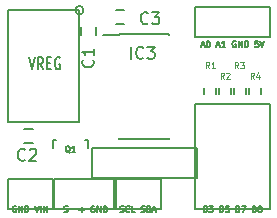
<source format=gbr>
G04 #@! TF.FileFunction,Legend,Top*
%FSLAX46Y46*%
G04 Gerber Fmt 4.6, Leading zero omitted, Abs format (unit mm)*
G04 Created by KiCad (PCBNEW (2014-12-04 BZR 5312)-product) date 4/7/2015 12:43:42 PM*
%MOMM*%
G01*
G04 APERTURE LIST*
%ADD10C,0.100000*%
%ADD11C,0.127000*%
%ADD12C,0.190500*%
%ADD13C,0.150000*%
%ADD14C,0.125000*%
G04 APERTURE END LIST*
D10*
D11*
X120988667Y-47117000D02*
X120940286Y-47092810D01*
X120867714Y-47092810D01*
X120795143Y-47117000D01*
X120746762Y-47165381D01*
X120722571Y-47213762D01*
X120698381Y-47310524D01*
X120698381Y-47383095D01*
X120722571Y-47479857D01*
X120746762Y-47528238D01*
X120795143Y-47576619D01*
X120867714Y-47600810D01*
X120916095Y-47600810D01*
X120988667Y-47576619D01*
X121012857Y-47552429D01*
X121012857Y-47383095D01*
X120916095Y-47383095D01*
X121230571Y-47600810D02*
X121230571Y-47092810D01*
X121520857Y-47600810D01*
X121520857Y-47092810D01*
X121762761Y-47600810D02*
X121762761Y-47092810D01*
X121883714Y-47092810D01*
X121956285Y-47117000D01*
X122004666Y-47165381D01*
X122028857Y-47213762D01*
X122053047Y-47310524D01*
X122053047Y-47383095D01*
X122028857Y-47479857D01*
X122004666Y-47528238D01*
X121956285Y-47576619D01*
X121883714Y-47600810D01*
X121762761Y-47600810D01*
X122585238Y-47092810D02*
X122754571Y-47600810D01*
X122923905Y-47092810D01*
X123093238Y-47600810D02*
X123093238Y-47092810D01*
X123335143Y-47600810D02*
X123335143Y-47092810D01*
X123625429Y-47600810D01*
X123625429Y-47092810D01*
X125058714Y-47576619D02*
X125131285Y-47600810D01*
X125252238Y-47600810D01*
X125300619Y-47576619D01*
X125324809Y-47552429D01*
X125349000Y-47504048D01*
X125349000Y-47455667D01*
X125324809Y-47407286D01*
X125300619Y-47383095D01*
X125252238Y-47358905D01*
X125155476Y-47334714D01*
X125107095Y-47310524D01*
X125082904Y-47286333D01*
X125058714Y-47237952D01*
X125058714Y-47189571D01*
X125082904Y-47141190D01*
X125107095Y-47117000D01*
X125155476Y-47092810D01*
X125276428Y-47092810D01*
X125349000Y-47117000D01*
X126340810Y-47407286D02*
X126727858Y-47407286D01*
X126534334Y-47600810D02*
X126534334Y-47213762D01*
X127622906Y-47117000D02*
X127574525Y-47092810D01*
X127501953Y-47092810D01*
X127429382Y-47117000D01*
X127381001Y-47165381D01*
X127356810Y-47213762D01*
X127332620Y-47310524D01*
X127332620Y-47383095D01*
X127356810Y-47479857D01*
X127381001Y-47528238D01*
X127429382Y-47576619D01*
X127501953Y-47600810D01*
X127550334Y-47600810D01*
X127622906Y-47576619D01*
X127647096Y-47552429D01*
X127647096Y-47383095D01*
X127550334Y-47383095D01*
X127864810Y-47600810D02*
X127864810Y-47092810D01*
X128155096Y-47600810D01*
X128155096Y-47092810D01*
X128397000Y-47600810D02*
X128397000Y-47092810D01*
X128517953Y-47092810D01*
X128590524Y-47117000D01*
X128638905Y-47165381D01*
X128663096Y-47213762D01*
X128687286Y-47310524D01*
X128687286Y-47383095D01*
X128663096Y-47479857D01*
X128638905Y-47528238D01*
X128590524Y-47576619D01*
X128517953Y-47600810D01*
X128397000Y-47600810D01*
X129806095Y-47576619D02*
X129878666Y-47600810D01*
X129999619Y-47600810D01*
X130048000Y-47576619D01*
X130072190Y-47552429D01*
X130096381Y-47504048D01*
X130096381Y-47455667D01*
X130072190Y-47407286D01*
X130048000Y-47383095D01*
X129999619Y-47358905D01*
X129902857Y-47334714D01*
X129854476Y-47310524D01*
X129830285Y-47286333D01*
X129806095Y-47237952D01*
X129806095Y-47189571D01*
X129830285Y-47141190D01*
X129854476Y-47117000D01*
X129902857Y-47092810D01*
X130023809Y-47092810D01*
X130096381Y-47117000D01*
X130604381Y-47552429D02*
X130580191Y-47576619D01*
X130507619Y-47600810D01*
X130459238Y-47600810D01*
X130386667Y-47576619D01*
X130338286Y-47528238D01*
X130314095Y-47479857D01*
X130289905Y-47383095D01*
X130289905Y-47310524D01*
X130314095Y-47213762D01*
X130338286Y-47165381D01*
X130386667Y-47117000D01*
X130459238Y-47092810D01*
X130507619Y-47092810D01*
X130580191Y-47117000D01*
X130604381Y-47141190D01*
X131064000Y-47600810D02*
X130822095Y-47600810D01*
X130822095Y-47092810D01*
X131596191Y-47576619D02*
X131668762Y-47600810D01*
X131789715Y-47600810D01*
X131838096Y-47576619D01*
X131862286Y-47552429D01*
X131886477Y-47504048D01*
X131886477Y-47455667D01*
X131862286Y-47407286D01*
X131838096Y-47383095D01*
X131789715Y-47358905D01*
X131692953Y-47334714D01*
X131644572Y-47310524D01*
X131620381Y-47286333D01*
X131596191Y-47237952D01*
X131596191Y-47189571D01*
X131620381Y-47141190D01*
X131644572Y-47117000D01*
X131692953Y-47092810D01*
X131813905Y-47092810D01*
X131886477Y-47117000D01*
X132104191Y-47600810D02*
X132104191Y-47092810D01*
X132225144Y-47092810D01*
X132297715Y-47117000D01*
X132346096Y-47165381D01*
X132370287Y-47213762D01*
X132394477Y-47310524D01*
X132394477Y-47383095D01*
X132370287Y-47479857D01*
X132346096Y-47528238D01*
X132297715Y-47576619D01*
X132225144Y-47600810D01*
X132104191Y-47600810D01*
X132588001Y-47455667D02*
X132829906Y-47455667D01*
X132539620Y-47600810D02*
X132708953Y-47092810D01*
X132878287Y-47600810D01*
X136682237Y-33485667D02*
X136924142Y-33485667D01*
X136633856Y-33630810D02*
X136803189Y-33122810D01*
X136972523Y-33630810D01*
X137238618Y-33122810D02*
X137286999Y-33122810D01*
X137335380Y-33147000D01*
X137359571Y-33171190D01*
X137383761Y-33219571D01*
X137407952Y-33316333D01*
X137407952Y-33437286D01*
X137383761Y-33534048D01*
X137359571Y-33582429D01*
X137335380Y-33606619D01*
X137286999Y-33630810D01*
X137238618Y-33630810D01*
X137190237Y-33606619D01*
X137166047Y-33582429D01*
X137141856Y-33534048D01*
X137117666Y-33437286D01*
X137117666Y-33316333D01*
X137141856Y-33219571D01*
X137166047Y-33171190D01*
X137190237Y-33147000D01*
X137238618Y-33122810D01*
X137988524Y-33485667D02*
X138230429Y-33485667D01*
X137940143Y-33630810D02*
X138109476Y-33122810D01*
X138278810Y-33630810D01*
X138714239Y-33630810D02*
X138423953Y-33630810D01*
X138569096Y-33630810D02*
X138569096Y-33122810D01*
X138520715Y-33195381D01*
X138472334Y-33243762D01*
X138423953Y-33267952D01*
X139585097Y-33147000D02*
X139536716Y-33122810D01*
X139464144Y-33122810D01*
X139391573Y-33147000D01*
X139343192Y-33195381D01*
X139319001Y-33243762D01*
X139294811Y-33340524D01*
X139294811Y-33413095D01*
X139319001Y-33509857D01*
X139343192Y-33558238D01*
X139391573Y-33606619D01*
X139464144Y-33630810D01*
X139512525Y-33630810D01*
X139585097Y-33606619D01*
X139609287Y-33582429D01*
X139609287Y-33413095D01*
X139512525Y-33413095D01*
X139827001Y-33630810D02*
X139827001Y-33122810D01*
X140117287Y-33630810D01*
X140117287Y-33122810D01*
X140359191Y-33630810D02*
X140359191Y-33122810D01*
X140480144Y-33122810D01*
X140552715Y-33147000D01*
X140601096Y-33195381D01*
X140625287Y-33243762D01*
X140649477Y-33340524D01*
X140649477Y-33413095D01*
X140625287Y-33509857D01*
X140601096Y-33558238D01*
X140552715Y-33606619D01*
X140480144Y-33630810D01*
X140359191Y-33630810D01*
X141496144Y-33122810D02*
X141254239Y-33122810D01*
X141230049Y-33364714D01*
X141254239Y-33340524D01*
X141302620Y-33316333D01*
X141423573Y-33316333D01*
X141471954Y-33340524D01*
X141496144Y-33364714D01*
X141520335Y-33413095D01*
X141520335Y-33534048D01*
X141496144Y-33582429D01*
X141471954Y-33606619D01*
X141423573Y-33630810D01*
X141302620Y-33630810D01*
X141254239Y-33606619D01*
X141230049Y-33582429D01*
X141665478Y-33122810D02*
X141834811Y-33630810D01*
X142004145Y-33122810D01*
D12*
X122083285Y-34495619D02*
X122337285Y-35511619D01*
X122591285Y-34495619D01*
X123280714Y-35511619D02*
X123026714Y-35027810D01*
X122845286Y-35511619D02*
X122845286Y-34495619D01*
X123135571Y-34495619D01*
X123208143Y-34544000D01*
X123244428Y-34592381D01*
X123280714Y-34689143D01*
X123280714Y-34834286D01*
X123244428Y-34931048D01*
X123208143Y-34979429D01*
X123135571Y-35027810D01*
X122845286Y-35027810D01*
X123607286Y-34979429D02*
X123861286Y-34979429D01*
X123970143Y-35511619D02*
X123607286Y-35511619D01*
X123607286Y-34495619D01*
X123970143Y-34495619D01*
X124695857Y-34544000D02*
X124623286Y-34495619D01*
X124514429Y-34495619D01*
X124405572Y-34544000D01*
X124333000Y-34640762D01*
X124296715Y-34737524D01*
X124260429Y-34931048D01*
X124260429Y-35076190D01*
X124296715Y-35269714D01*
X124333000Y-35366476D01*
X124405572Y-35463238D01*
X124514429Y-35511619D01*
X124587000Y-35511619D01*
X124695857Y-35463238D01*
X124732143Y-35414857D01*
X124732143Y-35076190D01*
X124587000Y-35076190D01*
D11*
X136875760Y-47600810D02*
X136875760Y-47092810D01*
X136996713Y-47092810D01*
X137069284Y-47117000D01*
X137117665Y-47165381D01*
X137141856Y-47213762D01*
X137166046Y-47310524D01*
X137166046Y-47383095D01*
X137141856Y-47479857D01*
X137117665Y-47528238D01*
X137069284Y-47576619D01*
X136996713Y-47600810D01*
X136875760Y-47600810D01*
X137335379Y-47092810D02*
X137649856Y-47092810D01*
X137480522Y-47286333D01*
X137553094Y-47286333D01*
X137601475Y-47310524D01*
X137625665Y-47334714D01*
X137649856Y-47383095D01*
X137649856Y-47504048D01*
X137625665Y-47552429D01*
X137601475Y-47576619D01*
X137553094Y-47600810D01*
X137407951Y-47600810D01*
X137359570Y-47576619D01*
X137335379Y-47552429D01*
X138254618Y-47600810D02*
X138254618Y-47092810D01*
X138375571Y-47092810D01*
X138448142Y-47117000D01*
X138496523Y-47165381D01*
X138520714Y-47213762D01*
X138544904Y-47310524D01*
X138544904Y-47383095D01*
X138520714Y-47479857D01*
X138496523Y-47528238D01*
X138448142Y-47576619D01*
X138375571Y-47600810D01*
X138254618Y-47600810D01*
X139004523Y-47092810D02*
X138762618Y-47092810D01*
X138738428Y-47334714D01*
X138762618Y-47310524D01*
X138810999Y-47286333D01*
X138931952Y-47286333D01*
X138980333Y-47310524D01*
X139004523Y-47334714D01*
X139028714Y-47383095D01*
X139028714Y-47504048D01*
X139004523Y-47552429D01*
X138980333Y-47576619D01*
X138931952Y-47600810D01*
X138810999Y-47600810D01*
X138762618Y-47576619D01*
X138738428Y-47552429D01*
X139633476Y-47600810D02*
X139633476Y-47092810D01*
X139754429Y-47092810D01*
X139827000Y-47117000D01*
X139875381Y-47165381D01*
X139899572Y-47213762D01*
X139923762Y-47310524D01*
X139923762Y-47383095D01*
X139899572Y-47479857D01*
X139875381Y-47528238D01*
X139827000Y-47576619D01*
X139754429Y-47600810D01*
X139633476Y-47600810D01*
X140093095Y-47092810D02*
X140431762Y-47092810D01*
X140214048Y-47600810D01*
X141012334Y-47600810D02*
X141012334Y-47092810D01*
X141133287Y-47092810D01*
X141205858Y-47117000D01*
X141254239Y-47165381D01*
X141278430Y-47213762D01*
X141302620Y-47310524D01*
X141302620Y-47383095D01*
X141278430Y-47479857D01*
X141254239Y-47528238D01*
X141205858Y-47576619D01*
X141133287Y-47600810D01*
X141012334Y-47600810D01*
X141592906Y-47310524D02*
X141544525Y-47286333D01*
X141520334Y-47262143D01*
X141496144Y-47213762D01*
X141496144Y-47189571D01*
X141520334Y-47141190D01*
X141544525Y-47117000D01*
X141592906Y-47092810D01*
X141689668Y-47092810D01*
X141738049Y-47117000D01*
X141762239Y-47141190D01*
X141786430Y-47189571D01*
X141786430Y-47213762D01*
X141762239Y-47262143D01*
X141738049Y-47286333D01*
X141689668Y-47310524D01*
X141592906Y-47310524D01*
X141544525Y-47334714D01*
X141520334Y-47358905D01*
X141496144Y-47407286D01*
X141496144Y-47504048D01*
X141520334Y-47552429D01*
X141544525Y-47576619D01*
X141592906Y-47600810D01*
X141689668Y-47600810D01*
X141738049Y-47576619D01*
X141762239Y-47552429D01*
X141786430Y-47504048D01*
X141786430Y-47407286D01*
X141762239Y-47358905D01*
X141738049Y-47334714D01*
X141689668Y-47310524D01*
D13*
X126527000Y-32608000D02*
X126527000Y-31908000D01*
X127727000Y-31908000D02*
X127727000Y-32608000D01*
X122397000Y-41748000D02*
X121697000Y-41748000D01*
X121697000Y-40548000D02*
X122397000Y-40548000D01*
X129444000Y-30515000D02*
X130144000Y-30515000D01*
X130144000Y-31715000D02*
X129444000Y-31715000D01*
X133223000Y-47371000D02*
X133223000Y-44831000D01*
X133223000Y-44831000D02*
X129413000Y-44831000D01*
X129413000Y-44831000D02*
X129413000Y-47371000D01*
X129413000Y-47371000D02*
X133223000Y-47371000D01*
X124079000Y-47371000D02*
X124079000Y-44831000D01*
X124079000Y-44831000D02*
X120269000Y-44831000D01*
X120269000Y-44831000D02*
X120269000Y-47371000D01*
X120269000Y-47371000D02*
X124079000Y-47371000D01*
X142494000Y-47371000D02*
X142494000Y-38481000D01*
X142494000Y-38481000D02*
X136144000Y-38481000D01*
X136144000Y-38481000D02*
X136144000Y-47371000D01*
X136144000Y-47371000D02*
X142494000Y-47371000D01*
X136144000Y-30226000D02*
X142494000Y-30226000D01*
X142494000Y-30226000D02*
X142494000Y-32766000D01*
X142494000Y-32766000D02*
X136144000Y-32766000D01*
X136144000Y-32766000D02*
X136144000Y-30226000D01*
X126709555Y-30512000D02*
G75*
G03X126709555Y-30512000I-360555J0D01*
G01*
X126349000Y-40012000D02*
X126349000Y-30512000D01*
X126349000Y-30512000D02*
X120349000Y-30512000D01*
X120349000Y-30512000D02*
X120349000Y-40012000D01*
X120349000Y-40012000D02*
X126349000Y-40012000D01*
X129751000Y-32507000D02*
X129751000Y-32622000D01*
X133901000Y-32507000D02*
X133901000Y-32622000D01*
X133901000Y-41407000D02*
X133901000Y-41292000D01*
X129751000Y-41407000D02*
X129751000Y-41292000D01*
X129751000Y-32507000D02*
X133901000Y-32507000D01*
X129751000Y-41407000D02*
X133901000Y-41407000D01*
X129751000Y-32622000D02*
X128376000Y-32622000D01*
X126902160Y-41513760D02*
X126853900Y-41513760D01*
X124103180Y-42214800D02*
X124103180Y-41513760D01*
X124103180Y-41513760D02*
X124352100Y-41513760D01*
X126902160Y-41513760D02*
X127102820Y-41513760D01*
X127102820Y-41513760D02*
X127102820Y-42214800D01*
X128651000Y-44704000D02*
X127381000Y-44704000D01*
X127381000Y-44704000D02*
X127381000Y-42164000D01*
X127381000Y-42164000D02*
X128651000Y-42164000D01*
X136271000Y-44704000D02*
X128651000Y-44704000D01*
X128651000Y-42164000D02*
X136271000Y-42164000D01*
X136271000Y-42164000D02*
X136271000Y-44704000D01*
X124206000Y-44831000D02*
X129286000Y-44831000D01*
X129286000Y-44831000D02*
X129286000Y-47371000D01*
X129286000Y-47371000D02*
X124206000Y-47371000D01*
X124206000Y-47371000D02*
X124206000Y-44831000D01*
X136889000Y-37088000D02*
X136889000Y-37588000D01*
X137939000Y-37588000D02*
X137939000Y-37088000D01*
X138159000Y-37088000D02*
X138159000Y-37588000D01*
X139209000Y-37588000D02*
X139209000Y-37088000D01*
X139429000Y-37088000D02*
X139429000Y-37588000D01*
X140479000Y-37588000D02*
X140479000Y-37088000D01*
X140699000Y-37088000D02*
X140699000Y-37588000D01*
X141749000Y-37588000D02*
X141749000Y-37088000D01*
X127484143Y-34710666D02*
X127531762Y-34758285D01*
X127579381Y-34901142D01*
X127579381Y-34996380D01*
X127531762Y-35139238D01*
X127436524Y-35234476D01*
X127341286Y-35282095D01*
X127150810Y-35329714D01*
X127007952Y-35329714D01*
X126817476Y-35282095D01*
X126722238Y-35234476D01*
X126627000Y-35139238D01*
X126579381Y-34996380D01*
X126579381Y-34901142D01*
X126627000Y-34758285D01*
X126674619Y-34710666D01*
X127579381Y-33758285D02*
X127579381Y-34329714D01*
X127579381Y-34044000D02*
X126579381Y-34044000D01*
X126722238Y-34139238D01*
X126817476Y-34234476D01*
X126865095Y-34329714D01*
X121753334Y-43156143D02*
X121705715Y-43203762D01*
X121562858Y-43251381D01*
X121467620Y-43251381D01*
X121324762Y-43203762D01*
X121229524Y-43108524D01*
X121181905Y-43013286D01*
X121134286Y-42822810D01*
X121134286Y-42679952D01*
X121181905Y-42489476D01*
X121229524Y-42394238D01*
X121324762Y-42299000D01*
X121467620Y-42251381D01*
X121562858Y-42251381D01*
X121705715Y-42299000D01*
X121753334Y-42346619D01*
X122134286Y-42346619D02*
X122181905Y-42299000D01*
X122277143Y-42251381D01*
X122515239Y-42251381D01*
X122610477Y-42299000D01*
X122658096Y-42346619D01*
X122705715Y-42441857D01*
X122705715Y-42537095D01*
X122658096Y-42679952D01*
X122086667Y-43251381D01*
X122705715Y-43251381D01*
X132167334Y-31599143D02*
X132119715Y-31646762D01*
X131976858Y-31694381D01*
X131881620Y-31694381D01*
X131738762Y-31646762D01*
X131643524Y-31551524D01*
X131595905Y-31456286D01*
X131548286Y-31265810D01*
X131548286Y-31122952D01*
X131595905Y-30932476D01*
X131643524Y-30837238D01*
X131738762Y-30742000D01*
X131881620Y-30694381D01*
X131976858Y-30694381D01*
X132119715Y-30742000D01*
X132167334Y-30789619D01*
X132500667Y-30694381D02*
X133119715Y-30694381D01*
X132786381Y-31075333D01*
X132929239Y-31075333D01*
X133024477Y-31122952D01*
X133072096Y-31170571D01*
X133119715Y-31265810D01*
X133119715Y-31503905D01*
X133072096Y-31599143D01*
X133024477Y-31646762D01*
X132929239Y-31694381D01*
X132643524Y-31694381D01*
X132548286Y-31646762D01*
X132500667Y-31599143D01*
X130722810Y-34615381D02*
X130722810Y-33615381D01*
X131770429Y-34520143D02*
X131722810Y-34567762D01*
X131579953Y-34615381D01*
X131484715Y-34615381D01*
X131341857Y-34567762D01*
X131246619Y-34472524D01*
X131199000Y-34377286D01*
X131151381Y-34186810D01*
X131151381Y-34043952D01*
X131199000Y-33853476D01*
X131246619Y-33758238D01*
X131341857Y-33663000D01*
X131484715Y-33615381D01*
X131579953Y-33615381D01*
X131722810Y-33663000D01*
X131770429Y-33710619D01*
X132103762Y-33615381D02*
X132722810Y-33615381D01*
X132389476Y-33996333D01*
X132532334Y-33996333D01*
X132627572Y-34043952D01*
X132675191Y-34091571D01*
X132722810Y-34186810D01*
X132722810Y-34424905D01*
X132675191Y-34520143D01*
X132627572Y-34567762D01*
X132532334Y-34615381D01*
X132246619Y-34615381D01*
X132151381Y-34567762D01*
X132103762Y-34520143D01*
D11*
X125554619Y-42569190D02*
X125506238Y-42545000D01*
X125457857Y-42496619D01*
X125385286Y-42424048D01*
X125336905Y-42399857D01*
X125288524Y-42399857D01*
X125312714Y-42520810D02*
X125264333Y-42496619D01*
X125215952Y-42448238D01*
X125191762Y-42351476D01*
X125191762Y-42182143D01*
X125215952Y-42085381D01*
X125264333Y-42037000D01*
X125312714Y-42012810D01*
X125409476Y-42012810D01*
X125457857Y-42037000D01*
X125506238Y-42085381D01*
X125530429Y-42182143D01*
X125530429Y-42351476D01*
X125506238Y-42448238D01*
X125457857Y-42496619D01*
X125409476Y-42520810D01*
X125312714Y-42520810D01*
X126014238Y-42520810D02*
X125723952Y-42520810D01*
X125869095Y-42520810D02*
X125869095Y-42012810D01*
X125820714Y-42085381D01*
X125772333Y-42133762D01*
X125723952Y-42157952D01*
D14*
X137350987Y-35389950D02*
X137184320Y-35151855D01*
X137065273Y-35389950D02*
X137065273Y-34889950D01*
X137255749Y-34889950D01*
X137303368Y-34913760D01*
X137327177Y-34937570D01*
X137350987Y-34985189D01*
X137350987Y-35056617D01*
X137327177Y-35104236D01*
X137303368Y-35128046D01*
X137255749Y-35151855D01*
X137065273Y-35151855D01*
X137827177Y-35389950D02*
X137541463Y-35389950D01*
X137684320Y-35389950D02*
X137684320Y-34889950D01*
X137636701Y-34961379D01*
X137589082Y-35008998D01*
X137541463Y-35032808D01*
X138600667Y-36294190D02*
X138434000Y-36056095D01*
X138314953Y-36294190D02*
X138314953Y-35794190D01*
X138505429Y-35794190D01*
X138553048Y-35818000D01*
X138576857Y-35841810D01*
X138600667Y-35889429D01*
X138600667Y-35960857D01*
X138576857Y-36008476D01*
X138553048Y-36032286D01*
X138505429Y-36056095D01*
X138314953Y-36056095D01*
X138791143Y-35841810D02*
X138814953Y-35818000D01*
X138862572Y-35794190D01*
X138981619Y-35794190D01*
X139029238Y-35818000D01*
X139053048Y-35841810D01*
X139076857Y-35889429D01*
X139076857Y-35937048D01*
X139053048Y-36008476D01*
X138767334Y-36294190D01*
X139076857Y-36294190D01*
X139804627Y-35420430D02*
X139637960Y-35182335D01*
X139518913Y-35420430D02*
X139518913Y-34920430D01*
X139709389Y-34920430D01*
X139757008Y-34944240D01*
X139780817Y-34968050D01*
X139804627Y-35015669D01*
X139804627Y-35087097D01*
X139780817Y-35134716D01*
X139757008Y-35158526D01*
X139709389Y-35182335D01*
X139518913Y-35182335D01*
X139971294Y-34920430D02*
X140280817Y-34920430D01*
X140114151Y-35110907D01*
X140185579Y-35110907D01*
X140233198Y-35134716D01*
X140257008Y-35158526D01*
X140280817Y-35206145D01*
X140280817Y-35325192D01*
X140257008Y-35372811D01*
X140233198Y-35396621D01*
X140185579Y-35420430D01*
X140042722Y-35420430D01*
X139995103Y-35396621D01*
X139971294Y-35372811D01*
X141140667Y-36294190D02*
X140974000Y-36056095D01*
X140854953Y-36294190D02*
X140854953Y-35794190D01*
X141045429Y-35794190D01*
X141093048Y-35818000D01*
X141116857Y-35841810D01*
X141140667Y-35889429D01*
X141140667Y-35960857D01*
X141116857Y-36008476D01*
X141093048Y-36032286D01*
X141045429Y-36056095D01*
X140854953Y-36056095D01*
X141569238Y-35960857D02*
X141569238Y-36294190D01*
X141450191Y-35770381D02*
X141331143Y-36127524D01*
X141640667Y-36127524D01*
M02*

</source>
